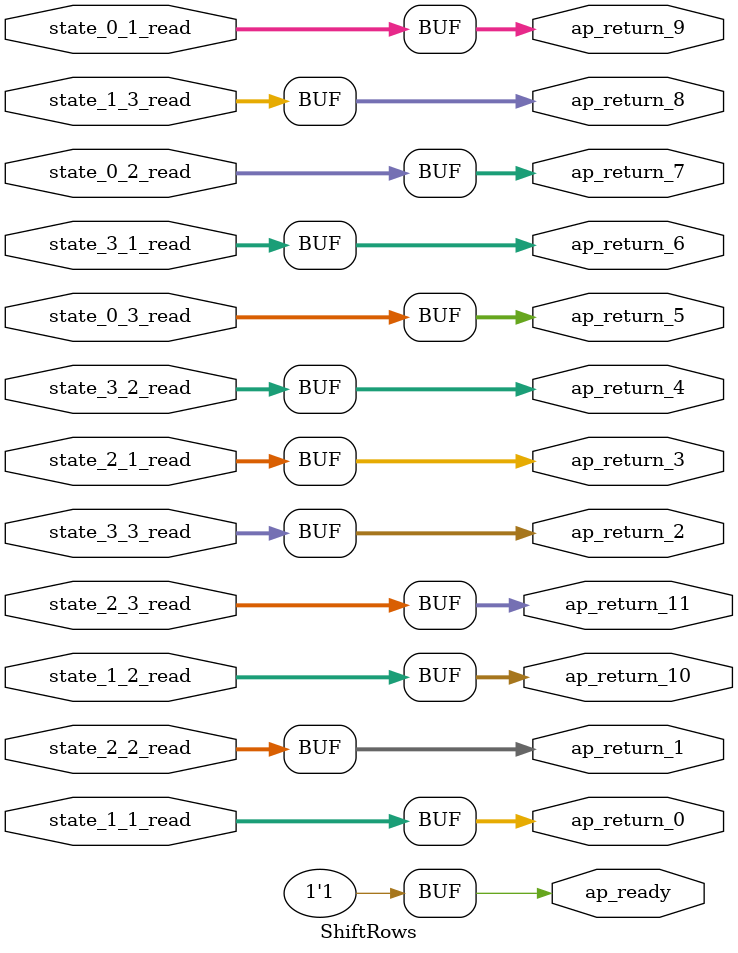
<source format=v>

`timescale 1 ns / 1 ps 

module ShiftRows (
        ap_ready,
        state_0_1_read,
        state_0_2_read,
        state_0_3_read,
        state_1_1_read,
        state_1_2_read,
        state_1_3_read,
        state_2_1_read,
        state_2_2_read,
        state_2_3_read,
        state_3_1_read,
        state_3_2_read,
        state_3_3_read,
        ap_return_0,
        ap_return_1,
        ap_return_2,
        ap_return_3,
        ap_return_4,
        ap_return_5,
        ap_return_6,
        ap_return_7,
        ap_return_8,
        ap_return_9,
        ap_return_10,
        ap_return_11
);


output   ap_ready;
input  [7:0] state_0_1_read;
input  [7:0] state_0_2_read;
input  [7:0] state_0_3_read;
input  [7:0] state_1_1_read;
input  [7:0] state_1_2_read;
input  [7:0] state_1_3_read;
input  [7:0] state_2_1_read;
input  [7:0] state_2_2_read;
input  [7:0] state_2_3_read;
input  [7:0] state_3_1_read;
input  [7:0] state_3_2_read;
input  [7:0] state_3_3_read;
output  [7:0] ap_return_0;
output  [7:0] ap_return_1;
output  [7:0] ap_return_2;
output  [7:0] ap_return_3;
output  [7:0] ap_return_4;
output  [7:0] ap_return_5;
output  [7:0] ap_return_6;
output  [7:0] ap_return_7;
output  [7:0] ap_return_8;
output  [7:0] ap_return_9;
output  [7:0] ap_return_10;
output  [7:0] ap_return_11;

assign ap_ready = 1'b1;

assign ap_return_0 = state_1_1_read;

assign ap_return_1 = state_2_2_read;

assign ap_return_10 = state_1_2_read;

assign ap_return_11 = state_2_3_read;

assign ap_return_2 = state_3_3_read;

assign ap_return_3 = state_2_1_read;

assign ap_return_4 = state_3_2_read;

assign ap_return_5 = state_0_3_read;

assign ap_return_6 = state_3_1_read;

assign ap_return_7 = state_0_2_read;

assign ap_return_8 = state_1_3_read;

assign ap_return_9 = state_0_1_read;

endmodule //ShiftRows

</source>
